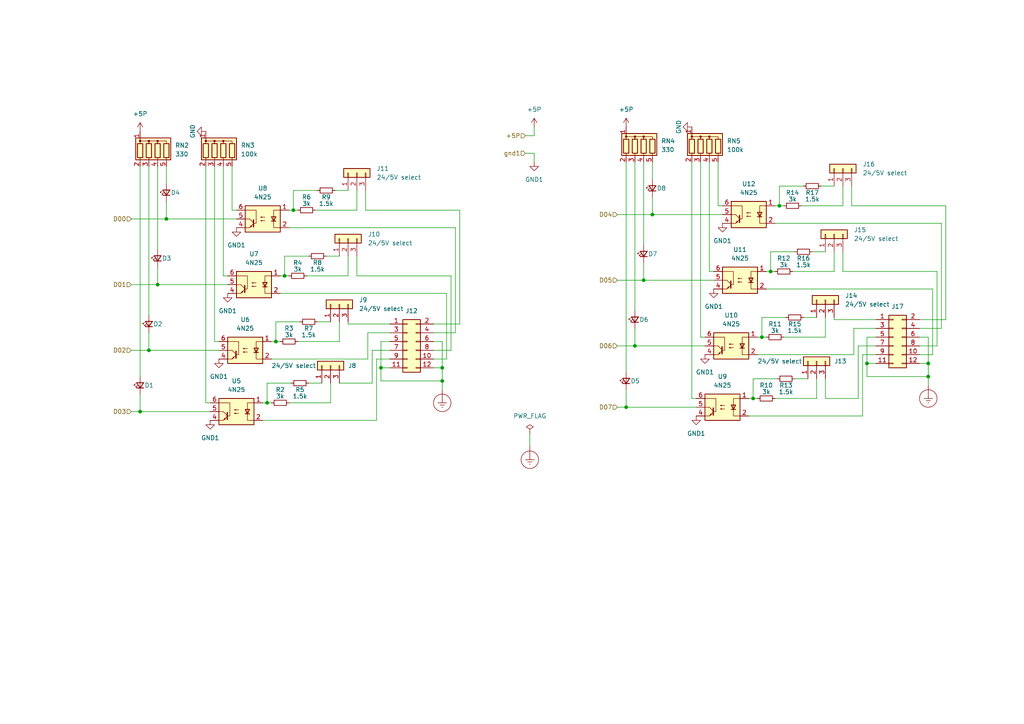
<source format=kicad_sch>
(kicad_sch (version 20211123) (generator eeschema)
  (paper "A4")
  (lib_symbols
    (symbol "Connector_Generic:Conn_01x03" (pin_names (offset 1.016) hide)
      (property "Reference" "J" (at 0 5.08 0))
      (property "Value" "Conn_01x03" (at 0 -5.08 0))
      (symbol "Conn_01x03_1_1"
        (rectangle (start -1.27 -2.413) (end 0 -2.667) (stroke (width 0.1524)))
        (rectangle (start -1.27 0.127) (end 0 -0.127) (stroke (width 0.1524)))
        (rectangle (start -1.27 2.667) (end 0 2.413) (stroke (width 0.1524)))
        (rectangle (start -1.27 3.81) (end 1.27 -3.81) (stroke (width 0.254)) (fill (type background)))
        (pin passive line (at -5.08 2.54 0) (length 3.81) (name "Pin_1") (number "1"))
        (pin passive line (at -5.08 0 0) (length 3.81) (name "Pin_2") (number "2"))
        (pin passive line (at -5.08 -2.54 0) (length 3.81) (name "Pin_3") (number "3"))
      )
    )
    (symbol "Connector_Generic:Conn_02x06_Odd_Even" (pin_names (offset 1.016) hide)
      (property "Reference" "J" (at 1.27 7.62 0))
      (property "Value" "Conn_02x06_Odd_Even" (at 1.27 -10.16 0))
      (symbol "Conn_02x06_Odd_Even_1_1"
        (rectangle (start -1.27 -7.493) (end 0 -7.747) (stroke (width 0.1524)))
        (rectangle (start -1.27 -4.953) (end 0 -5.207) (stroke (width 0.1524)))
        (rectangle (start -1.27 -2.413) (end 0 -2.667) (stroke (width 0.1524)))
        (rectangle (start -1.27 0.127) (end 0 -0.127) (stroke (width 0.1524)))
        (rectangle (start -1.27 2.667) (end 0 2.413) (stroke (width 0.1524)))
        (rectangle (start -1.27 5.207) (end 0 4.953) (stroke (width 0.1524)))
        (rectangle (start -1.27 6.35) (end 3.81 -8.89) (stroke (width 0.254)) (fill (type background)))
        (rectangle (start 3.81 -7.493) (end 2.54 -7.747) (stroke (width 0.1524)))
        (rectangle (start 3.81 -4.953) (end 2.54 -5.207) (stroke (width 0.1524)))
        (rectangle (start 3.81 -2.413) (end 2.54 -2.667) (stroke (width 0.1524)))
        (rectangle (start 3.81 0.127) (end 2.54 -0.127) (stroke (width 0.1524)))
        (rectangle (start 3.81 2.667) (end 2.54 2.413) (stroke (width 0.1524)))
        (rectangle (start 3.81 5.207) (end 2.54 4.953) (stroke (width 0.1524)))
        (pin passive line (at -5.08 5.08 0) (length 3.81) (name "Pin_1") (number "1"))
        (pin passive line (at 7.62 -5.08 180) (length 3.81) (name "Pin_10") (number "10"))
        (pin passive line (at -5.08 -7.62 0) (length 3.81) (name "Pin_11") (number "11"))
        (pin passive line (at 7.62 -7.62 180) (length 3.81) (name "Pin_12") (number "12"))
        (pin passive line (at 7.62 5.08 180) (length 3.81) (name "Pin_2") (number "2"))
        (pin passive line (at -5.08 2.54 0) (length 3.81) (name "Pin_3") (number "3"))
        (pin passive line (at 7.62 2.54 180) (length 3.81) (name "Pin_4") (number "4"))
        (pin passive line (at -5.08 0 0) (length 3.81) (name "Pin_5") (number "5"))
        (pin passive line (at 7.62 0 180) (length 3.81) (name "Pin_6") (number "6"))
        (pin passive line (at -5.08 -2.54 0) (length 3.81) (name "Pin_7") (number "7"))
        (pin passive line (at 7.62 -2.54 180) (length 3.81) (name "Pin_8") (number "8"))
        (pin passive line (at -5.08 -5.08 0) (length 3.81) (name "Pin_9") (number "9"))
      )
    )
    (symbol "Device:LED_Small" (pin_numbers hide) (pin_names (offset 0.254) hide)
      (property "Reference" "D" (at -1.27 3.175 0))
      (property "Value" "LED_Small" (at -4.445 -2.54 0))
      (symbol "LED_Small_0_1"
        (polyline (pts (xy -0.762 -1.016) (xy -0.762 1.016)) (stroke (width 0.254)))
        (polyline (pts (xy 1.016 0) (xy -0.762 0)))
        (polyline (pts (xy 0.762 -1.016) (xy -0.762 0) (xy 0.762 1.016) (xy 0.762 -1.016)) (stroke (width 0.254)))
        (polyline (pts (xy 0 0.762) (xy -0.508 1.27) (xy -0.254 1.27) (xy -0.508 1.27) (xy -0.508 1.016)))
        (polyline (pts (xy 0.508 1.27) (xy 0 1.778) (xy 0.254 1.778) (xy 0 1.778) (xy 0 1.524)))
      )
      (symbol "LED_Small_1_1"
        (pin passive line (at -2.54 0 0) (length 1.778) (name "K") (number "1"))
        (pin passive line (at 2.54 0 180) (length 1.778) (name "A") (number "2"))
      )
    )
    (symbol "Device:R_Network04" (pin_names (offset 0) hide)
      (property "Reference" "RN" (at -7.62 0 90))
      (property "Value" "R_Network04" (at 5.08 0 90))
      (symbol "R_Network04_0_1"
        (rectangle (start -6.35 -3.175) (end 3.81 3.175) (stroke (width 0.254)) (fill (type background)))
        (rectangle (start -5.842 1.524) (end -4.318 -2.54) (stroke (width 0.254)))
        (circle (center -5.08 2.286) (radius 0.254) (fill (type outline)))
        (rectangle (start -3.302 1.524) (end -1.778 -2.54) (stroke (width 0.254)))
        (circle (center -2.54 2.286) (radius 0.254) (fill (type outline)))
        (rectangle (start -0.762 1.524) (end 0.762 -2.54) (stroke (width 0.254)))
        (polyline (pts (xy -5.08 -2.54) (xy -5.08 -3.81)))
        (polyline (pts (xy -2.54 -2.54) (xy -2.54 -3.81)))
        (polyline (pts (xy 0 -2.54) (xy 0 -3.81)))
        (polyline (pts (xy 2.54 -2.54) (xy 2.54 -3.81)))
        (polyline (pts (xy -5.08 1.524) (xy -5.08 2.286) (xy -2.54 2.286) (xy -2.54 1.524)))
        (polyline (pts (xy -2.54 1.524) (xy -2.54 2.286) (xy 0 2.286) (xy 0 1.524)))
        (polyline (pts (xy 0 1.524) (xy 0 2.286) (xy 2.54 2.286) (xy 2.54 1.524)))
        (circle (center 0 2.286) (radius 0.254) (fill (type outline)))
        (rectangle (start 1.778 1.524) (end 3.302 -2.54) (stroke (width 0.254)))
      )
      (symbol "R_Network04_1_1"
        (pin passive line (at -5.08 5.08 270) (length 2.54) (name "common") (number "1"))
        (pin passive line (at -5.08 -5.08 90) (length 1.27) (name "R1") (number "2"))
        (pin passive line (at -2.54 -5.08 90) (length 1.27) (name "R2") (number "3"))
        (pin passive line (at 0 -5.08 90) (length 1.27) (name "R3") (number "4"))
        (pin passive line (at 2.54 -5.08 90) (length 1.27) (name "R4") (number "5"))
      )
    )
    (symbol "Device:R_Small" (pin_numbers hide) (pin_names (offset 0.254) hide)
      (property "Reference" "R" (at 0.762 0.508 0))
      (property "Value" "R_Small" (at 0.762 -1.016 0))
      (symbol "R_Small_0_1"
        (rectangle (start -0.762 1.778) (end 0.762 -1.778) (stroke (width 0.2032)))
      )
      (symbol "R_Small_1_1"
        (pin passive line (at 0 2.54 270) (length 0.762) (name "~") (number "1"))
        (pin passive line (at 0 -2.54 90) (length 0.762) (name "~") (number "2"))
      )
    )
    (symbol "Isolator:4N25" (pin_names (offset 1.016))
      (property "Reference" "U" (at -5.08 5.08 0))
      (property "Value" "4N25" (at 0 5.08 0))
      (symbol "4N25_0_1"
        (rectangle (start -5.08 3.81) (end 5.08 -3.81) (stroke (width 0.254)) (fill (type background)))
        (polyline (pts (xy -3.81 -0.635) (xy -2.54 -0.635)) (stroke (width 0.254)))
        (polyline (pts (xy 2.667 -1.397) (xy 3.81 -2.54)))
        (polyline (pts (xy 2.667 -1.143) (xy 3.81 0)))
        (polyline (pts (xy 3.81 -2.54) (xy 5.08 -2.54)))
        (polyline (pts (xy 3.81 0) (xy 5.08 0)))
        (polyline (pts (xy 2.667 -0.254) (xy 2.667 -2.286) (xy 2.667 -2.286)) (stroke (width 0.3556)))
        (polyline (pts (xy -5.08 -2.54) (xy -3.175 -2.54) (xy -3.175 2.54) (xy -5.08 2.54)))
        (polyline (pts (xy -3.175 -0.635) (xy -3.81 0.635) (xy -2.54 0.635) (xy -3.175 -0.635)) (stroke (width 0.254)))
        (polyline (pts (xy 3.683 -2.413) (xy 3.429 -1.905) (xy 3.175 -2.159) (xy 3.683 -2.413)))
        (polyline (pts (xy 5.08 2.54) (xy 1.905 2.54) (xy 1.905 -1.27) (xy 2.54 -1.27)))
        (polyline (pts (xy -0.635 -0.508) (xy 0.635 -0.508) (xy 0.254 -0.635) (xy 0.254 -0.381) (xy 0.635 -0.508)))
        (polyline (pts (xy -0.635 0.508) (xy 0.635 0.508) (xy 0.254 0.381) (xy 0.254 0.635) (xy 0.635 0.508)))
      )
      (symbol "4N25_1_1"
        (pin passive line (at -7.62 2.54 0) (length 2.54) (name "~") (number "1"))
        (pin passive line (at -7.62 -2.54 0) (length 2.54) (name "~") (number "2"))
        (pin no_connect line (at -5.08 0 0) (length 2.54) hide (name "NC") (number "3"))
        (pin passive line (at 7.62 -2.54 180) (length 2.54) (name "~") (number "4"))
        (pin passive line (at 7.62 0 180) (length 2.54) (name "~") (number "5"))
        (pin passive line (at 7.62 2.54 180) (length 2.54) (name "~") (number "6"))
      )
    )
    (symbol "power:+5P" (power) (pin_names (offset 0))
      (property "Value" "+5P" (at 0 3.556 0))
      (symbol "+5P_0_1"
        (polyline (pts (xy -0.762 1.27) (xy 0 2.54)))
        (polyline (pts (xy 0 0) (xy 0 2.54)))
        (polyline (pts (xy 0 2.54) (xy 0.762 1.27)))
      )
      (symbol "+5P_1_1"
        (pin power_in line (at 0 0 90) (length 0) hide (name "+5P") (number "1"))
      )
    )
    (symbol "power:Earth_Protective" (power) (pin_names (offset 0))
      (symbol "Earth_Protective_0_1"
        (circle (center 0 -3.81) (radius 2.54))
        (polyline (pts (xy -0.635 -4.445) (xy 0.635 -4.445)))
        (polyline (pts (xy -0.127 -5.08) (xy 0.127 -5.08)))
        (polyline (pts (xy 0 -3.81) (xy 0 0)))
        (polyline (pts (xy 1.27 -3.81) (xy -1.27 -3.81)))
      )
      (symbol "Earth_Protective_1_1"
        (pin power_in line (at 0 0 270) (length 0) hide (name "Earth_Protective") (number "1"))
      )
    )
    (symbol "power:GND" (power) (pin_names (offset 0))
      (property "Value" "GND" (at 0 -3.81 0))
      (symbol "GND_0_1"
        (polyline (pts (xy 0 0) (xy 0 -1.27) (xy 1.27 -1.27) (xy 0 -2.54) (xy -1.27 -1.27) (xy 0 -1.27)))
      )
      (symbol "GND_1_1"
        (pin power_in line (at 0 0 270) (length 0) hide (name "GND") (number "1"))
      )
    )
    (symbol "power:GND1" (power) (pin_names (offset 0))
      (property "Value" "GND1" (at 0 -3.81 0))
      (symbol "GND1_0_1"
        (polyline (pts (xy 0 0) (xy 0 -1.27) (xy 1.27 -1.27) (xy 0 -2.54) (xy -1.27 -1.27) (xy 0 -1.27)))
      )
      (symbol "GND1_1_1"
        (pin power_in line (at 0 0 270) (length 0) hide (name "GND1") (number "1"))
      )
    )
    (symbol "power:PWR_FLAG" (power) (pin_numbers hide) (pin_names (offset 0) hide)
      (property "Value" "PWR_FLAG" (at 0 3.81 0))
      (symbol "PWR_FLAG_0_0"
        (pin power_out line (at 0 0 90) (length 0) (name "pwr") (number "1"))
      )
      (symbol "PWR_FLAG_0_1"
        (polyline (pts (xy 0 0) (xy 0 1.27) (xy -1.016 1.905) (xy 0 2.54) (xy 1.016 1.905) (xy 0 1.27)))
      )
    )
  )
  (junction (at 128.27 110.49))
  (junction (at 184.15 100.33))
  (junction (at 128.27 106.68))
  (junction (at 218.44 115.57))
  (junction (at 226.06 59.69))
  (junction (at 189.23 62.23))
  (junction (at 186.69 81.28))
  (junction (at 269.24 105.41))
  (junction (at 251.46 105.41))
  (junction (at 45.72 82.55))
  (junction (at 223.52 78.74))
  (junction (at 85.09 60.96))
  (junction (at 110.49 106.68))
  (junction (at 80.01 99.06))
  (junction (at 40.64 119.38))
  (junction (at 48.26 63.5))
  (junction (at 82.55 80.01))
  (junction (at 43.18 101.6))
  (junction (at 181.61 118.11))
  (junction (at 269.24 109.22))
  (junction (at 77.47 116.84))
  (junction (at 220.98 97.79))
  (wire (pts (xy 77.47 111.125) (xy 77.47 116.84)))
  (wire (pts (xy 110.49 99.06) (xy 110.49 106.68)))
  (wire (pts (xy 269.24 97.79) (xy 269.24 105.41)))
  (wire (pts (xy 62.23 48.26) (xy 62.23 99.06)))
  (wire (pts (xy 251.46 109.22) (xy 269.24 109.22)))
  (wire (pts (xy 80.01 93.345) (xy 80.01 99.06)))
  (wire (pts (xy 181.61 113.03) (xy 181.61 118.11)))
  (wire (pts (xy 225.425 109.855) (xy 218.44 109.855)))
  (wire (pts (xy 113.03 99.06) (xy 110.49 99.06)))
  (wire (pts (xy 128.27 106.68) (xy 125.73 106.68)))
  (wire (pts (xy 125.73 99.06) (xy 128.27 99.06)))
  (wire (pts (xy 84.455 111.125) (xy 77.47 111.125)))
  (wire (pts (xy 230.505 109.855) (xy 234.315 109.855)))
  (wire (pts (xy 43.18 101.6) (xy 63.5 101.6)))
  (wire (pts (xy 129.54 85.09) (xy 129.54 104.14)))
  (wire (pts (xy 83.82 60.96) (xy 85.09 60.96)))
  (wire (pts (xy 239.395 115.57) (xy 248.92 115.57)))
  (wire (pts (xy 241.935 78.74) (xy 229.87 78.74)))
  (wire (pts (xy 189.23 46.99) (xy 189.23 52.07)))
  (wire (pts (xy 200.66 115.57) (xy 201.93 115.57)))
  (wire (pts (xy 219.71 102.87) (xy 247.65 102.87)))
  (wire (pts (xy 152.4 39.37) (xy 154.94 39.37)))
  (wire (pts (xy 217.17 115.57) (xy 218.44 115.57)))
  (wire (pts (xy 239.395 92.075) (xy 239.395 97.79)))
  (wire (pts (xy 78.74 104.14) (xy 106.68 104.14)))
  (wire (pts (xy 274.32 59.69) (xy 274.32 92.71)))
  (wire (pts (xy 271.78 78.74) (xy 271.78 100.33)))
  (wire (pts (xy 220.98 97.79) (xy 222.25 97.79)))
  (wire (pts (xy 251.46 97.79) (xy 251.46 105.41)))
  (wire (pts (xy 100.965 80.01) (xy 88.9 80.01)))
  (wire (pts (xy 208.28 59.69) (xy 209.55 59.69)))
  (wire (pts (xy 98.425 93.345) (xy 98.425 99.06)))
  (wire (pts (xy 106.68 96.52) (xy 106.68 104.14)))
  (wire (pts (xy 85.09 55.245) (xy 85.09 60.96)))
  (wire (pts (xy 205.74 46.99) (xy 205.74 78.74)))
  (wire (pts (xy 38.1 63.5) (xy 48.26 63.5)))
  (wire (pts (xy 128.27 99.06) (xy 128.27 106.68)))
  (wire (pts (xy 270.51 102.87) (xy 266.7 102.87)))
  (wire (pts (xy 223.52 78.74) (xy 224.79 78.74)))
  (wire (pts (xy 238.125 53.975) (xy 241.935 53.975)))
  (wire (pts (xy 38.1 101.6) (xy 43.18 101.6)))
  (wire (pts (xy 235.585 73.025) (xy 239.395 73.025)))
  (wire (pts (xy 248.92 100.33) (xy 248.92 115.57)))
  (wire (pts (xy 76.2 121.92) (xy 109.22 121.92)))
  (wire (pts (xy 76.2 116.84) (xy 77.47 116.84)))
  (wire (pts (xy 100.965 93.98) (xy 113.03 93.98)))
  (wire (pts (xy 107.95 101.6) (xy 107.95 111.125)))
  (wire (pts (xy 230.505 73.025) (xy 223.52 73.025)))
  (wire (pts (xy 152.4 44.45) (xy 154.94 44.45)))
  (wire (pts (xy 82.55 74.295) (xy 82.55 80.01)))
  (wire (pts (xy 45.72 48.26) (xy 45.72 72.39)))
  (wire (pts (xy 59.69 116.84) (xy 60.96 116.84)))
  (wire (pts (xy 103.505 55.245) (xy 103.505 60.96)))
  (wire (pts (xy 94.615 74.295) (xy 98.425 74.295)))
  (wire (pts (xy 130.81 80.01) (xy 130.81 101.6)))
  (wire (pts (xy 48.26 58.42) (xy 48.26 63.5)))
  (wire (pts (xy 269.24 109.22) (xy 269.24 111.76)))
  (wire (pts (xy 219.71 97.79) (xy 220.98 97.79)))
  (wire (pts (xy 154.94 46.99) (xy 154.94 44.45)))
  (wire (pts (xy 86.995 93.345) (xy 80.01 93.345)))
  (wire (pts (xy 251.46 97.79) (xy 254 97.79)))
  (wire (pts (xy 85.09 60.96) (xy 86.36 60.96)))
  (wire (pts (xy 269.24 105.41) (xy 269.24 109.22)))
  (wire (pts (xy 233.045 92.075) (xy 236.855 92.075)))
  (wire (pts (xy 77.47 116.84) (xy 78.74 116.84)))
  (wire (pts (xy 45.72 77.47) (xy 45.72 82.55)))
  (wire (pts (xy 244.475 53.975) (xy 244.475 59.69)))
  (wire (pts (xy 271.78 100.33) (xy 266.7 100.33)))
  (wire (pts (xy 181.61 118.11) (xy 201.93 118.11)))
  (wire (pts (xy 113.03 104.14) (xy 109.22 104.14)))
  (wire (pts (xy 106.045 60.96) (xy 133.35 60.96)))
  (wire (pts (xy 97.155 55.245) (xy 100.965 55.245)))
  (wire (pts (xy 200.66 46.99) (xy 200.66 115.57)))
  (wire (pts (xy 273.05 95.25) (xy 266.7 95.25)))
  (wire (pts (xy 241.935 92.71) (xy 254 92.71)))
  (wire (pts (xy 189.23 62.23) (xy 209.55 62.23)))
  (wire (pts (xy 273.05 64.77) (xy 273.05 95.25)))
  (wire (pts (xy 244.475 73.025) (xy 244.475 78.74)))
  (wire (pts (xy 132.08 66.04) (xy 132.08 96.52)))
  (wire (pts (xy 103.505 80.01) (xy 130.81 80.01)))
  (wire (pts (xy 40.64 48.26) (xy 40.64 109.22)))
  (wire (pts (xy 224.79 59.69) (xy 226.06 59.69)))
  (wire (pts (xy 244.475 78.74) (xy 271.78 78.74)))
  (wire (pts (xy 83.82 66.04) (xy 132.08 66.04)))
  (wire (pts (xy 220.98 92.075) (xy 220.98 97.79)))
  (wire (pts (xy 48.26 63.5) (xy 68.58 63.5)))
  (wire (pts (xy 223.52 73.025) (xy 223.52 78.74)))
  (wire (pts (xy 179.07 81.28) (xy 186.69 81.28)))
  (wire (pts (xy 95.885 116.84) (xy 83.82 116.84)))
  (wire (pts (xy 95.885 111.125) (xy 95.885 116.84)))
  (wire (pts (xy 113.03 96.52) (xy 106.68 96.52)))
  (wire (pts (xy 64.77 80.01) (xy 66.04 80.01)))
  (wire (pts (xy 64.77 48.26) (xy 64.77 80.01)))
  (wire (pts (xy 270.51 83.82) (xy 270.51 102.87)))
  (wire (pts (xy 203.2 97.79) (xy 204.47 97.79)))
  (wire (pts (xy 218.44 115.57) (xy 219.71 115.57)))
  (wire (pts (xy 128.27 110.49) (xy 128.27 113.03)))
  (wire (pts (xy 181.61 46.99) (xy 181.61 107.95)))
  (wire (pts (xy 103.505 60.96) (xy 91.44 60.96)))
  (wire (pts (xy 226.06 59.69) (xy 227.33 59.69)))
  (wire (pts (xy 203.2 46.99) (xy 203.2 97.79)))
  (wire (pts (xy 186.69 81.28) (xy 207.01 81.28)))
  (wire (pts (xy 100.965 74.295) (xy 100.965 80.01)))
  (wire (pts (xy 179.07 100.33) (xy 184.15 100.33)))
  (wire (pts (xy 247.65 95.25) (xy 247.65 102.87)))
  (wire (pts (xy 82.55 80.01) (xy 83.82 80.01)))
  (wire (pts (xy 92.075 93.345) (xy 95.885 93.345)))
  (wire (pts (xy 224.79 64.77) (xy 273.05 64.77)))
  (wire (pts (xy 184.15 46.99) (xy 184.15 90.17)))
  (wire (pts (xy 186.69 46.99) (xy 186.69 71.12)))
  (wire (pts (xy 59.69 48.26) (xy 59.69 116.84)))
  (wire (pts (xy 254 102.87) (xy 250.19 102.87)))
  (wire (pts (xy 128.27 106.68) (xy 128.27 110.49)))
  (wire (pts (xy 236.855 109.855) (xy 236.855 115.57)))
  (wire (pts (xy 43.18 48.26) (xy 43.18 91.44)))
  (wire (pts (xy 153.67 125.73) (xy 153.67 129.54)))
  (wire (pts (xy 129.54 104.14) (xy 125.73 104.14)))
  (wire (pts (xy 133.35 60.96) (xy 133.35 93.98)))
  (wire (pts (xy 40.64 114.3) (xy 40.64 119.38)))
  (wire (pts (xy 208.28 46.99) (xy 208.28 59.69)))
  (wire (pts (xy 103.505 74.295) (xy 103.505 80.01)))
  (wire (pts (xy 154.94 36.83) (xy 154.94 39.37)))
  (wire (pts (xy 89.535 74.295) (xy 82.55 74.295)))
  (wire (pts (xy 251.46 105.41) (xy 251.46 109.22)))
  (wire (pts (xy 251.46 105.41) (xy 254 105.41)))
  (wire (pts (xy 254 95.25) (xy 247.65 95.25)))
  (wire (pts (xy 38.1 119.38) (xy 40.64 119.38)))
  (wire (pts (xy 239.395 97.79) (xy 227.33 97.79)))
  (wire (pts (xy 40.64 119.38) (xy 60.96 119.38)))
  (wire (pts (xy 132.08 96.52) (xy 125.73 96.52)))
  (wire (pts (xy 130.81 101.6) (xy 125.73 101.6)))
  (wire (pts (xy 110.49 106.68) (xy 110.49 110.49)))
  (wire (pts (xy 241.935 92.075) (xy 241.935 92.71)))
  (wire (pts (xy 244.475 59.69) (xy 232.41 59.69)))
  (wire (pts (xy 241.935 73.025) (xy 241.935 78.74)))
  (wire (pts (xy 179.07 62.23) (xy 189.23 62.23)))
  (wire (pts (xy 205.74 78.74) (xy 207.01 78.74)))
  (wire (pts (xy 247.015 53.975) (xy 247.015 59.69)))
  (wire (pts (xy 78.74 99.06) (xy 80.01 99.06)))
  (wire (pts (xy 184.15 100.33) (xy 204.47 100.33)))
  (wire (pts (xy 113.03 101.6) (xy 107.95 101.6)))
  (wire (pts (xy 100.965 93.345) (xy 100.965 93.98)))
  (wire (pts (xy 226.06 53.975) (xy 226.06 59.69)))
  (wire (pts (xy 250.19 102.87) (xy 250.19 120.65)))
  (wire (pts (xy 67.31 48.26) (xy 67.31 60.96)))
  (wire (pts (xy 233.045 53.975) (xy 226.06 53.975)))
  (wire (pts (xy 186.69 76.2) (xy 186.69 81.28)))
  (wire (pts (xy 269.24 105.41) (xy 266.7 105.41)))
  (wire (pts (xy 109.22 104.14) (xy 109.22 121.92)))
  (wire (pts (xy 81.28 80.01) (xy 82.55 80.01)))
  (wire (pts (xy 106.045 55.245) (xy 106.045 60.96)))
  (wire (pts (xy 89.535 111.125) (xy 93.345 111.125)))
  (wire (pts (xy 254 100.33) (xy 248.92 100.33)))
  (wire (pts (xy 92.075 55.245) (xy 85.09 55.245)))
  (wire (pts (xy 179.07 118.11) (xy 181.61 118.11)))
  (wire (pts (xy 222.25 83.82) (xy 270.51 83.82)))
  (wire (pts (xy 110.49 106.68) (xy 113.03 106.68)))
  (wire (pts (xy 239.395 109.855) (xy 239.395 115.57)))
  (wire (pts (xy 48.26 48.26) (xy 48.26 53.34)))
  (wire (pts (xy 98.425 111.125) (xy 107.95 111.125)))
  (wire (pts (xy 274.32 92.71) (xy 266.7 92.71)))
  (wire (pts (xy 247.015 59.69) (xy 274.32 59.69)))
  (wire (pts (xy 189.23 57.15) (xy 189.23 62.23)))
  (wire (pts (xy 98.425 99.06) (xy 86.36 99.06)))
  (wire (pts (xy 217.17 120.65) (xy 250.19 120.65)))
  (wire (pts (xy 43.18 96.52) (xy 43.18 101.6)))
  (wire (pts (xy 218.44 109.855) (xy 218.44 115.57)))
  (wire (pts (xy 80.01 99.06) (xy 81.28 99.06)))
  (wire (pts (xy 38.1 82.55) (xy 45.72 82.55)))
  (wire (pts (xy 62.23 99.06) (xy 63.5 99.06)))
  (wire (pts (xy 222.25 78.74) (xy 223.52 78.74)))
  (wire (pts (xy 110.49 110.49) (xy 128.27 110.49)))
  (wire (pts (xy 133.35 93.98) (xy 125.73 93.98)))
  (wire (pts (xy 184.15 95.25) (xy 184.15 100.33)))
  (wire (pts (xy 81.28 85.09) (xy 129.54 85.09)))
  (wire (pts (xy 67.31 60.96) (xy 68.58 60.96)))
  (wire (pts (xy 227.965 92.075) (xy 220.98 92.075)))
  (wire (pts (xy 45.72 82.55) (xy 66.04 82.55)))
  (wire (pts (xy 266.7 97.79) (xy 269.24 97.79)))
  (wire (pts (xy 236.855 115.57) (xy 224.79 115.57)))
  (hierarchical_label "gnd1" (shape input) (at 152.4 44.45 180))
  (hierarchical_label "D02" (shape input) (at 38.1 101.6 180))
  (hierarchical_label "D04" (shape input) (at 179.07 62.23 180))
  (hierarchical_label "D06" (shape input) (at 179.07 100.33 180))
  (hierarchical_label "D07" (shape input) (at 179.07 118.11 180))
  (hierarchical_label "D00" (shape input) (at 38.1 63.5 180))
  (hierarchical_label "D05" (shape input) (at 179.07 81.28 180))
  (hierarchical_label "D01" (shape input) (at 38.1 82.55 180))
  (hierarchical_label "+5P" (shape input) (at 152.4 39.37 180))
  (hierarchical_label "D03" (shape input) (at 38.1 119.38 180))
  (symbol (lib_id "power:Earth_Protective") (at 153.67 129.54 0) (unit 1)
    (property "Reference" "#PWR030" (effects hide))
    (property "Value" "Earth_Protective" (effects hide))
  )
  (symbol (lib_id "Device:R_Small") (at 233.045 73.025 90) (unit 1)
    (property "Reference" "R16" (at 233.045 74.93 90))
    (property "Value" "1.5k" (at 233.045 76.835 90))
    (property "Footprint" "Resistor_THT:R_Axial_DIN0207_L6.3mm_D2.5mm_P7.62mm_Horizontal" (effects hide))
  )
  (symbol (lib_id "power:GND1") (at 63.5 104.14 0) (unit 1)
    (property "Reference" "#PWR026" (effects hide))
    (property "Value" "GND1" (at 63.5 109.22 0))
  )
  (symbol (lib_id "power:GND1") (at 68.58 66.04 0) (unit 1)
    (property "Reference" "#PWR028" (effects hide))
    (property "Value" "GND1" (at 68.58 71.12 0))
  )
  (symbol (lib_id "Device:R_Small") (at 92.075 74.295 90) (unit 1)
    (property "Reference" "R8" (at 92.075 76.2 90))
    (property "Value" "1.5k" (at 92.075 78.105 90))
    (property "Footprint" "Resistor_THT:R_Axial_DIN0207_L6.3mm_D2.5mm_P7.62mm_Horizontal" (effects hide))
  )
  (symbol (lib_id "Connector_Generic:Conn_01x03") (at 100.965 69.215 90) (unit 1)
    (property "Reference" "J10" (at 106.68 67.9449 90) (effects (justify right)))
    (property "Value" "24/5V select" (at 106.68 70.4849 90) (effects (justify right)))
    (property "Footprint" "Connector_PinHeader_2.54mm:PinHeader_1x03_P2.54mm_Vertical" (effects hide))
  )
  (symbol (lib_id "Device:R_Small") (at 86.36 80.01 90) (unit 1)
    (property "Reference" "R4" (at 86.36 76.2 90))
    (property "Value" "3k" (at 86.36 78.105 90))
    (property "Footprint" "Resistor_THT:R_Axial_DIN0207_L6.3mm_D2.5mm_P7.62mm_Horizontal" (effects hide))
  )
  (symbol (lib_id "power:+5P") (at 40.64 38.1 0) (unit 1)
    (property "Reference" "#PWR023" (effects hide))
    (property "Value" "+5P" (at 40.64 33.02 0))
  )
  (symbol (lib_id "Connector_Generic:Conn_02x06_Odd_Even") (at 259.08 97.79 0) (unit 1)
    (property "Reference" "J17" (at 260.35 88.9 0))
    (property "Value" "Conn_02x06_Odd_Even" (effects hide))
  )
  (symbol (lib_id "Device:LED_Small") (at 43.18 93.98 90) (unit 1)
    (property "Reference" "D2" (at 44.45 93.98 90) (effects (justify right)))
    (property "Value" "LED_Small" (effects hide))
    (property "Footprint" "LED_THT:LED_D3.0mm" (effects hide))
  )
  (symbol (lib_id "power:GND") (at 59.69 38.1 270) (unit 1)
    (property "Reference" "#PWR024" (effects hide))
    (property "Value" "GND" (at 55.88 38.1 0))
  )
  (symbol (lib_id "Device:R_Small") (at 229.87 59.69 90) (unit 1)
    (property "Reference" "R14" (at 229.87 55.88 90))
    (property "Value" "3k" (at 229.87 57.785 90))
    (property "Footprint" "Resistor_THT:R_Axial_DIN0207_L6.3mm_D2.5mm_P7.62mm_Horizontal" (effects hide))
  )
  (symbol (lib_id "Device:LED_Small") (at 45.72 74.93 90) (unit 1)
    (property "Reference" "D3" (at 46.99 74.93 90) (effects (justify right)))
    (property "Value" "LED_Small" (effects hide))
    (property "Footprint" "LED_THT:LED_D3.0mm" (effects hide))
  )
  (symbol (lib_id "Isolator:4N25") (at 214.63 81.28 0) (mirror y) (unit 1)
    (property "Reference" "U11" (at 214.63 72.39 0))
    (property "Value" "4N25" (at 214.63 74.93 0))
    (property "Footprint" "Package_DIP:DIP-6_W7.62mm_Socket_LongPads" (effects hide))
    (property "Datasheet" "https://www.vishay.com/docs/83725/4n25.pdf" (effects hide))
  )
  (symbol (lib_id "power:Earth_Protective") (at 269.24 111.76 0) (unit 1)
    (property "Reference" "#PWR039" (effects hide))
    (property "Value" "Earth_Protective" (effects hide))
  )
  (symbol (lib_id "Device:R_Network04") (at 45.72 43.18 0) (unit 1)
    (property "Reference" "RN2" (at 50.8 42.1639 0) (effects (justify left)))
    (property "Value" "330" (at 50.8 44.7039 0) (effects (justify left)))
    (property "Footprint" "Resistor_THT:R_Array_SIP5" (effects hide))
    (property "Datasheet" "http://www.vishay.com/docs/31509/csc.pdf" (effects hide))
  )
  (symbol (lib_id "Device:R_Small") (at 83.82 99.06 90) (unit 1)
    (property "Reference" "R3" (at 83.82 95.25 90))
    (property "Value" "3k" (at 83.82 97.155 90))
    (property "Footprint" "Resistor_THT:R_Axial_DIN0207_L6.3mm_D2.5mm_P7.62mm_Horizontal" (effects hide))
  )
  (symbol (lib_id "Device:LED_Small") (at 186.69 73.66 90) (unit 1)
    (property "Reference" "D7" (at 187.96 73.66 90) (effects (justify right)))
    (property "Value" "LED_Small" (effects hide))
    (property "Footprint" "LED_THT:LED_D3.0mm" (effects hide))
  )
  (symbol (lib_id "power:+5P") (at 154.94 36.83 0) (unit 1)
    (property "Reference" "#PWR031" (effects hide))
    (property "Value" "+5P" (at 154.94 31.75 0))
  )
  (symbol (lib_id "power:GND1") (at 207.01 83.82 0) (unit 1)
    (property "Reference" "#PWR037" (effects hide))
    (property "Value" "GND1" (at 207.01 88.9 0))
  )
  (symbol (lib_id "Connector_Generic:Conn_01x03") (at 239.395 86.995 90) (unit 1)
    (property "Reference" "J14" (at 245.11 85.7249 90) (effects (justify right)))
    (property "Value" "24/5V select" (at 245.11 88.2649 90) (effects (justify right)))
    (property "Footprint" "Connector_PinHeader_2.54mm:PinHeader_1x03_P2.54mm_Vertical" (effects hide))
  )
  (symbol (lib_id "power:GND") (at 200.66 36.83 270) (unit 1)
    (property "Reference" "#PWR034" (effects hide))
    (property "Value" "GND" (at 196.85 36.83 0))
  )
  (symbol (lib_id "power:+5P") (at 181.61 36.83 0) (unit 1)
    (property "Reference" "#PWR033" (effects hide))
    (property "Value" "+5P" (at 181.61 31.75 0))
  )
  (symbol (lib_id "Device:LED_Small") (at 189.23 54.61 90) (unit 1)
    (property "Reference" "D8" (at 190.5 54.61 90) (effects (justify right)))
    (property "Value" "LED_Small" (effects hide))
    (property "Footprint" "LED_THT:LED_D3.0mm" (effects hide))
  )
  (symbol (lib_id "Device:R_Network04") (at 186.69 41.91 0) (unit 1)
    (property "Reference" "RN4" (at 191.77 40.8939 0) (effects (justify left)))
    (property "Value" "330" (at 191.77 43.4339 0) (effects (justify left)))
    (property "Footprint" "Resistor_THT:R_Array_SIP5" (effects hide))
    (property "Datasheet" "http://www.vishay.com/docs/31509/csc.pdf" (effects hide))
  )
  (symbol (lib_id "Device:R_Small") (at 227.965 109.855 90) (unit 1)
    (property "Reference" "R13" (at 227.965 111.76 90))
    (property "Value" "1.5k" (at 227.965 113.665 90))
    (property "Footprint" "Resistor_THT:R_Axial_DIN0207_L6.3mm_D2.5mm_P7.62mm_Horizontal" (effects hide))
  )
  (symbol (lib_id "power:GND1") (at 201.93 120.65 0) (unit 1)
    (property "Reference" "#PWR035" (effects hide))
    (property "Value" "GND1" (at 201.93 125.73 0))
  )
  (symbol (lib_id "Connector_Generic:Conn_01x03") (at 103.505 50.165 90) (unit 1)
    (property "Reference" "J11" (at 109.22 48.8949 90) (effects (justify right)))
    (property "Value" "24/5V select" (at 109.22 51.4349 90) (effects (justify right)))
    (property "Footprint" "Connector_PinHeader_2.54mm:PinHeader_1x03_P2.54mm_Vertical" (effects hide))
  )
  (symbol (lib_id "Device:R_Small") (at 89.535 93.345 90) (unit 1)
    (property "Reference" "R7" (at 89.535 95.25 90))
    (property "Value" "1.5k" (at 89.535 97.155 90))
    (property "Footprint" "Resistor_THT:R_Axial_DIN0207_L6.3mm_D2.5mm_P7.62mm_Horizontal" (effects hide))
  )
  (symbol (lib_id "Isolator:4N25") (at 217.17 62.23 0) (mirror y) (unit 1)
    (property "Reference" "U12" (at 217.17 53.34 0))
    (property "Value" "4N25" (at 217.17 55.88 0))
    (property "Footprint" "Package_DIP:DIP-6_W7.62mm_Socket_LongPads" (effects hide))
    (property "Datasheet" "https://www.vishay.com/docs/83725/4n25.pdf" (effects hide))
  )
  (symbol (lib_id "Device:LED_Small") (at 40.64 111.76 90) (unit 1)
    (property "Reference" "D1" (at 41.91 111.76 90) (effects (justify right)))
    (property "Value" "LED_Small" (effects hide))
    (property "Footprint" "LED_THT:LED_D3.0mm" (effects hide))
  )
  (symbol (lib_id "power:PWR_FLAG") (at 153.67 125.73 0) (unit 1)
    (property "Reference" "#FLG02" (effects hide))
    (property "Value" "PWR_FLAG" (at 153.67 120.65 0))
  )
  (symbol (lib_id "Isolator:4N25") (at 76.2 63.5 0) (mirror y) (unit 1)
    (property "Reference" "U8" (at 76.2 54.61 0))
    (property "Value" "4N25" (at 76.2 57.15 0))
    (property "Footprint" "Package_DIP:DIP-6_W7.62mm_Socket_LongPads" (effects hide))
    (property "Datasheet" "https://www.vishay.com/docs/83725/4n25.pdf" (effects hide))
  )
  (symbol (lib_id "power:GND1") (at 209.55 64.77 0) (unit 1)
    (property "Reference" "#PWR038" (effects hide))
    (property "Value" "GND1" (at 209.55 69.85 0))
  )
  (symbol (lib_id "Device:R_Small") (at 224.79 97.79 90) (unit 1)
    (property "Reference" "R11" (at 224.79 93.98 90))
    (property "Value" "3k" (at 224.79 95.885 90))
    (property "Footprint" "Resistor_THT:R_Axial_DIN0207_L6.3mm_D2.5mm_P7.62mm_Horizontal" (effects hide))
  )
  (symbol (lib_id "Isolator:4N25") (at 212.09 100.33 0) (mirror y) (unit 1)
    (property "Reference" "U10" (at 212.09 91.44 0))
    (property "Value" "4N25" (at 212.09 93.98 0))
    (property "Footprint" "Package_DIP:DIP-6_W7.62mm_Socket_LongPads" (effects hide))
    (property "Datasheet" "https://www.vishay.com/docs/83725/4n25.pdf" (effects hide))
  )
  (symbol (lib_id "power:GND1") (at 154.94 46.99 0) (unit 1)
    (property "Reference" "#PWR032" (effects hide))
    (property "Value" "GND1" (at 154.94 52.07 0))
  )
  (symbol (lib_id "Device:R_Small") (at 222.25 115.57 90) (unit 1)
    (property "Reference" "R10" (at 222.25 111.76 90))
    (property "Value" "3k" (at 222.25 113.665 90))
    (property "Footprint" "Resistor_THT:R_Axial_DIN0207_L6.3mm_D2.5mm_P7.62mm_Horizontal" (effects hide))
  )
  (symbol (lib_id "Isolator:4N25") (at 209.55 118.11 0) (mirror y) (unit 1)
    (property "Reference" "U9" (at 209.55 109.22 0))
    (property "Value" "4N25" (at 209.55 111.76 0))
    (property "Footprint" "Package_DIP:DIP-6_W7.62mm_Socket_LongPads" (effects hide))
    (property "Datasheet" "https://www.vishay.com/docs/83725/4n25.pdf" (effects hide))
  )
  (symbol (lib_id "Device:R_Network04") (at 205.74 41.91 0) (unit 1)
    (property "Reference" "RN5" (at 210.82 40.8939 0) (effects (justify left)))
    (property "Value" "100k" (at 210.82 43.4339 0) (effects (justify left)))
    (property "Footprint" "Resistor_THT:R_Array_SIP5" (effects hide))
    (property "Datasheet" "http://www.vishay.com/docs/31509/csc.pdf" (effects hide))
  )
  (symbol (lib_id "Connector_Generic:Conn_01x03") (at 98.425 88.265 90) (unit 1)
    (property "Reference" "J9" (at 104.14 86.9949 90) (effects (justify right)))
    (property "Value" "24/5V select" (at 104.14 89.5349 90) (effects (justify right)))
    (property "Footprint" "Connector_PinHeader_2.54mm:PinHeader_1x03_P2.54mm_Vertical" (effects hide))
  )
  (symbol (lib_id "Device:R_Small") (at 227.33 78.74 90) (unit 1)
    (property "Reference" "R12" (at 227.33 74.93 90))
    (property "Value" "3k" (at 227.33 76.835 90))
    (property "Footprint" "Resistor_THT:R_Axial_DIN0207_L6.3mm_D2.5mm_P7.62mm_Horizontal" (effects hide))
  )
  (symbol (lib_id "Device:LED_Small") (at 181.61 110.49 90) (unit 1)
    (property "Reference" "D5" (at 182.88 110.49 90) (effects (justify right)))
    (property "Value" "LED_Small" (effects hide))
    (property "Footprint" "LED_THT:LED_D3.0mm" (effects hide))
  )
  (symbol (lib_id "Connector_Generic:Conn_01x03") (at 244.475 48.895 90) (unit 1)
    (property "Reference" "J16" (at 250.19 47.6249 90) (effects (justify right)))
    (property "Value" "24/5V select" (at 250.19 50.1649 90) (effects (justify right)))
    (property "Footprint" "Connector_PinHeader_2.54mm:PinHeader_1x03_P2.54mm_Vertical" (effects hide))
  )
  (symbol (lib_id "Device:LED_Small") (at 48.26 55.88 90) (unit 1)
    (property "Reference" "D4" (at 49.53 55.88 90) (effects (justify right)))
    (property "Value" "LED_Small" (effects hide))
    (property "Footprint" "LED_THT:LED_D3.0mm" (effects hide))
  )
  (symbol (lib_id "power:GND1") (at 204.47 102.87 0) (unit 1)
    (property "Reference" "#PWR036" (effects hide))
    (property "Value" "GND1" (at 204.47 107.95 0))
  )
  (symbol (lib_id "Device:R_Small") (at 235.585 53.975 90) (unit 1)
    (property "Reference" "R17" (at 235.585 55.88 90))
    (property "Value" "1.5k" (at 235.585 57.785 90))
    (property "Footprint" "Resistor_THT:R_Axial_DIN0207_L6.3mm_D2.5mm_P7.62mm_Horizontal" (effects hide))
  )
  (symbol (lib_id "Device:R_Small") (at 94.615 55.245 90) (unit 1)
    (property "Reference" "R9" (at 94.615 57.15 90))
    (property "Value" "1.5k" (at 94.615 59.055 90))
    (property "Footprint" "Resistor_THT:R_Axial_DIN0207_L6.3mm_D2.5mm_P7.62mm_Horizontal" (effects hide))
  )
  (symbol (lib_id "Device:R_Small") (at 88.9 60.96 90) (unit 1)
    (property "Reference" "R6" (at 88.9 57.15 90))
    (property "Value" "3k" (at 88.9 59.055 90))
    (property "Footprint" "Resistor_THT:R_Axial_DIN0207_L6.3mm_D2.5mm_P7.62mm_Horizontal" (effects hide))
  )
  (symbol (lib_id "Device:LED_Small") (at 184.15 92.71 90) (unit 1)
    (property "Reference" "D6" (at 185.42 92.71 90) (effects (justify right)))
    (property "Value" "LED_Small" (effects hide))
    (property "Footprint" "LED_THT:LED_D3.0mm" (effects hide))
  )
  (symbol (lib_id "power:Earth_Protective") (at 128.27 113.03 0) (unit 1)
    (property "Reference" "#PWR029" (effects hide))
    (property "Value" "Earth_Protective" (effects hide))
  )
  (symbol (lib_id "Isolator:4N25") (at 71.12 101.6 0) (mirror y) (unit 1)
    (property "Reference" "U6" (at 71.12 92.71 0))
    (property "Value" "4N25" (at 71.12 95.25 0))
    (property "Footprint" "Package_DIP:DIP-6_W7.62mm_Socket_LongPads" (effects hide))
    (property "Datasheet" "https://www.vishay.com/docs/83725/4n25.pdf" (effects hide))
  )
  (symbol (lib_id "power:GND1") (at 66.04 85.09 0) (unit 1)
    (property "Reference" "#PWR027" (effects hide))
    (property "Value" "GND1" (at 66.04 90.17 0))
  )
  (symbol (lib_id "Device:R_Small") (at 81.28 116.84 90) (unit 1)
    (property "Reference" "R2" (at 81.28 113.03 90))
    (property "Value" "3k" (at 81.28 114.935 90))
    (property "Footprint" "Resistor_THT:R_Axial_DIN0207_L6.3mm_D2.5mm_P7.62mm_Horizontal" (effects hide))
  )
  (symbol (lib_id "Connector_Generic:Conn_01x03") (at 95.885 106.045 90) (unit 1)
    (property "Reference" "J8" (at 100.965 106.045 90) (effects (justify right)))
    (property "Value" "24/5V select" (at 78.74 106.045 90) (effects (justify right)))
    (property "Footprint" "Connector_PinHeader_2.54mm:PinHeader_1x03_P2.54mm_Vertical" (effects hide))
  )
  (symbol (lib_id "Connector_Generic:Conn_01x03") (at 241.935 67.945 90) (unit 1)
    (property "Reference" "J15" (at 247.65 66.6749 90) (effects (justify right)))
    (property "Value" "24/5V select" (at 247.65 69.2149 90) (effects (justify right)))
    (property "Footprint" "Connector_PinHeader_2.54mm:PinHeader_1x03_P2.54mm_Vertical" (effects hide))
  )
  (symbol (lib_id "Device:R_Small") (at 86.995 111.125 90) (unit 1)
    (property "Reference" "R5" (at 86.995 113.03 90))
    (property "Value" "1.5k" (at 86.995 114.935 90))
    (property "Footprint" "Resistor_THT:R_Axial_DIN0207_L6.3mm_D2.5mm_P7.62mm_Horizontal" (effects hide))
  )
  (symbol (lib_id "Connector_Generic:Conn_01x03") (at 236.855 104.775 90) (unit 1)
    (property "Reference" "J13" (at 241.935 104.775 90) (effects (justify right)))
    (property "Value" "24/5V select" (at 219.71 104.775 90) (effects (justify right)))
    (property "Footprint" "Connector_PinHeader_2.54mm:PinHeader_1x03_P2.54mm_Vertical" (effects hide))
  )
  (symbol (lib_id "Connector_Generic:Conn_02x06_Odd_Even") (at 118.11 99.06 0) (unit 1)
    (property "Reference" "J12" (at 119.38 90.17 0))
    (property "Value" "Conn_02x06_Odd_Even" (effects hide))
  )
  (symbol (lib_id "Device:R_Small") (at 230.505 92.075 90) (unit 1)
    (property "Reference" "R15" (at 230.505 93.98 90))
    (property "Value" "1.5k" (at 230.505 95.885 90))
    (property "Footprint" "Resistor_THT:R_Axial_DIN0207_L6.3mm_D2.5mm_P7.62mm_Horizontal" (effects hide))
  )
  (symbol (lib_id "Device:R_Network04") (at 64.77 43.18 0) (unit 1)
    (property "Reference" "RN3" (at 69.85 42.1639 0) (effects (justify left)))
    (property "Value" "100k" (at 69.85 44.7039 0) (effects (justify left)))
    (property "Footprint" "Resistor_THT:R_Array_SIP5" (effects hide))
    (property "Datasheet" "http://www.vishay.com/docs/31509/csc.pdf" (effects hide))
  )
  (symbol (lib_id "Isolator:4N25") (at 68.58 119.38 0) (mirror y) (unit 1)
    (property "Reference" "U5" (at 68.58 110.49 0))
    (property "Value" "4N25" (at 68.58 113.03 0))
    (property "Footprint" "Package_DIP:DIP-6_W7.62mm_Socket_LongPads" (effects hide))
    (property "Datasheet" "https://www.vishay.com/docs/83725/4n25.pdf" (effects hide))
  )
  (symbol (lib_id "power:GND1") (at 60.96 121.92 0) (unit 1)
    (property "Reference" "#PWR025" (effects hide))
    (property "Value" "GND1" (at 60.96 127 0))
  )
  (symbol (lib_id "Isolator:4N25") (at 73.66 82.55 0) (mirror y) (unit 1)
    (property "Reference" "U7" (at 73.66 73.66 0))
    (property "Value" "4N25" (at 73.66 76.2 0))
    (property "Footprint" "Package_DIP:DIP-6_W7.62mm_Socket_LongPads" (effects hide))
    (property "Datasheet" "https://www.vishay.com/docs/83725/4n25.pdf" (effects hide))
  )
)
</source>
